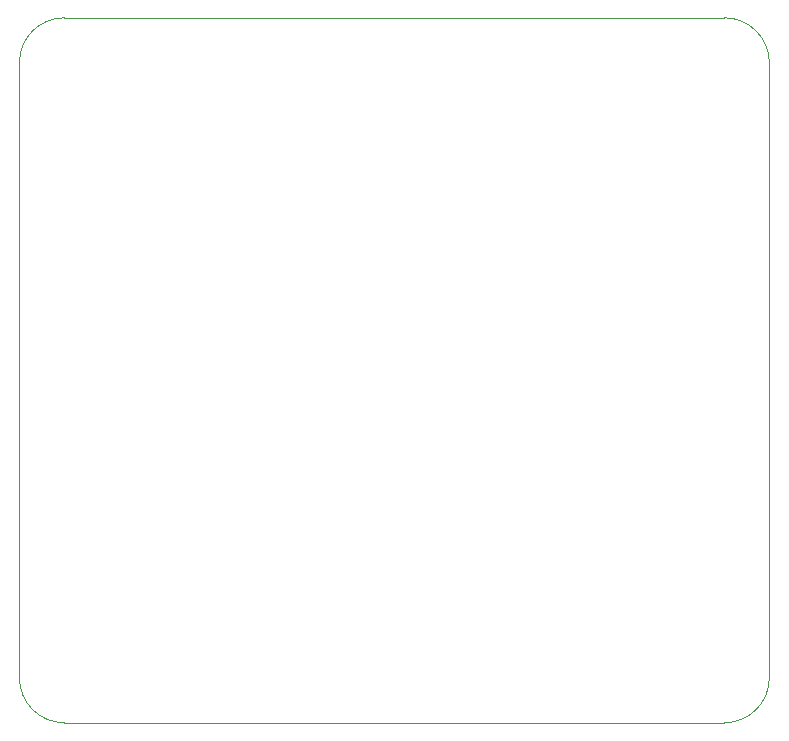
<source format=gbr>
G04 #@! TF.GenerationSoftware,KiCad,Pcbnew,(6.0.6)*
G04 #@! TF.CreationDate,2022-08-01T11:38:01+07:00*
G04 #@! TF.ProjectId,flashbed,666c6173-6862-4656-942e-6b696361645f,rev?*
G04 #@! TF.SameCoordinates,Original*
G04 #@! TF.FileFunction,Profile,NP*
%FSLAX46Y46*%
G04 Gerber Fmt 4.6, Leading zero omitted, Abs format (unit mm)*
G04 Created by KiCad (PCBNEW (6.0.6)) date 2022-08-01 11:38:01*
%MOMM*%
%LPD*%
G01*
G04 APERTURE LIST*
G04 #@! TA.AperFunction,Profile*
%ADD10C,0.100000*%
G04 #@! TD*
G04 APERTURE END LIST*
D10*
X54610000Y-25400000D02*
X110490000Y-25400000D01*
X114300000Y-29210000D02*
X114300000Y-81280000D01*
X50800000Y-81280000D02*
X50800000Y-29210000D01*
X110490000Y-85090000D02*
X54610000Y-85090000D01*
X50800000Y-81280000D02*
G75*
G03*
X54610000Y-85090000I3810000J0D01*
G01*
X114300000Y-29210000D02*
G75*
G03*
X110490000Y-25400000I-3810000J0D01*
G01*
X110490000Y-85090000D02*
G75*
G03*
X114300000Y-81280000I0J3810000D01*
G01*
X54610000Y-25400000D02*
G75*
G03*
X50800000Y-29210000I0J-3810000D01*
G01*
M02*

</source>
